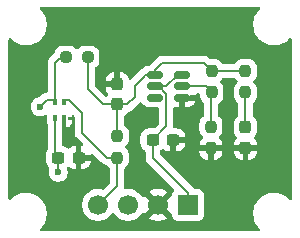
<source format=gbr>
%TF.GenerationSoftware,KiCad,Pcbnew,9.0.6*%
%TF.CreationDate,2026-01-27T12:25:22+08:00*%
%TF.ProjectId,TECHIN514_w26_Lab3,54454348-494e-4353-9134-5f7732365f4c,rev?*%
%TF.SameCoordinates,Original*%
%TF.FileFunction,Copper,L1,Top*%
%TF.FilePolarity,Positive*%
%FSLAX46Y46*%
G04 Gerber Fmt 4.6, Leading zero omitted, Abs format (unit mm)*
G04 Created by KiCad (PCBNEW 9.0.6) date 2026-01-27 12:25:22*
%MOMM*%
%LPD*%
G01*
G04 APERTURE LIST*
G04 Aperture macros list*
%AMRoundRect*
0 Rectangle with rounded corners*
0 $1 Rounding radius*
0 $2 $3 $4 $5 $6 $7 $8 $9 X,Y pos of 4 corners*
0 Add a 4 corners polygon primitive as box body*
4,1,4,$2,$3,$4,$5,$6,$7,$8,$9,$2,$3,0*
0 Add four circle primitives for the rounded corners*
1,1,$1+$1,$2,$3*
1,1,$1+$1,$4,$5*
1,1,$1+$1,$6,$7*
1,1,$1+$1,$8,$9*
0 Add four rect primitives between the rounded corners*
20,1,$1+$1,$2,$3,$4,$5,0*
20,1,$1+$1,$4,$5,$6,$7,0*
20,1,$1+$1,$6,$7,$8,$9,0*
20,1,$1+$1,$8,$9,$2,$3,0*%
G04 Aperture macros list end*
%TA.AperFunction,SMDPad,CuDef*%
%ADD10RoundRect,0.237500X-0.237500X0.250000X-0.237500X-0.250000X0.237500X-0.250000X0.237500X0.250000X0*%
%TD*%
%TA.AperFunction,SMDPad,CuDef*%
%ADD11RoundRect,0.237500X0.237500X-0.287500X0.237500X0.287500X-0.237500X0.287500X-0.237500X-0.287500X0*%
%TD*%
%TA.AperFunction,SMDPad,CuDef*%
%ADD12RoundRect,0.237500X0.237500X-0.250000X0.237500X0.250000X-0.237500X0.250000X-0.237500X-0.250000X0*%
%TD*%
%TA.AperFunction,SMDPad,CuDef*%
%ADD13RoundRect,0.237500X0.300000X0.237500X-0.300000X0.237500X-0.300000X-0.237500X0.300000X-0.237500X0*%
%TD*%
%TA.AperFunction,SMDPad,CuDef*%
%ADD14R,0.300000X0.500000*%
%TD*%
%TA.AperFunction,ComponentPad*%
%ADD15R,1.700000X1.700000*%
%TD*%
%TA.AperFunction,ComponentPad*%
%ADD16C,1.700000*%
%TD*%
%TA.AperFunction,SMDPad,CuDef*%
%ADD17RoundRect,0.237500X-0.300000X-0.237500X0.300000X-0.237500X0.300000X0.237500X-0.300000X0.237500X0*%
%TD*%
%TA.AperFunction,SMDPad,CuDef*%
%ADD18RoundRect,0.237500X0.237500X-0.300000X0.237500X0.300000X-0.237500X0.300000X-0.237500X-0.300000X0*%
%TD*%
%TA.AperFunction,SMDPad,CuDef*%
%ADD19RoundRect,0.150000X-0.512500X-0.150000X0.512500X-0.150000X0.512500X0.150000X-0.512500X0.150000X0*%
%TD*%
%TA.AperFunction,SMDPad,CuDef*%
%ADD20RoundRect,0.237500X-0.250000X-0.237500X0.250000X-0.237500X0.250000X0.237500X-0.250000X0.237500X0*%
%TD*%
%TA.AperFunction,ViaPad*%
%ADD21C,0.600000*%
%TD*%
%TA.AperFunction,Conductor*%
%ADD22C,0.200000*%
%TD*%
G04 APERTURE END LIST*
D10*
%TO.P,R5,1*%
%TO.N,+3V3*%
X116125800Y-39158000D03*
%TO.P,R5,2*%
%TO.N,Net-(D1-A)*%
X116125800Y-40983000D03*
%TD*%
%TO.P,R1,1*%
%TO.N,+3V3*%
X105268400Y-44673400D03*
%TO.P,R1,2*%
%TO.N,SDA*%
X105268400Y-46498400D03*
%TD*%
D11*
%TO.P,D1,1,K*%
%TO.N,GND*%
X116125800Y-45683200D03*
%TO.P,D1,2,A*%
%TO.N,Net-(D1-A)*%
X116125800Y-43933200D03*
%TD*%
D12*
%TO.P,R3,1*%
%TO.N,GND*%
X113204800Y-45707400D03*
%TO.P,R3,2*%
%TO.N,Net-(U2-FB)*%
X113204800Y-43882400D03*
%TD*%
D13*
%TO.P,C1,1*%
%TO.N,GND*%
X101993400Y-46498400D03*
%TO.P,C1,2*%
%TO.N,VCC*%
X100268400Y-46498400D03*
%TD*%
D14*
%TO.P,U1,1,SDA*%
%TO.N,SDA*%
X100768400Y-41773400D03*
%TO.P,U1,2,SCL*%
%TO.N,SCL*%
X99968400Y-41773400D03*
%TO.P,U1,3,VDD*%
%TO.N,VCC*%
X99968400Y-43173400D03*
%TO.P,U1,4,VSS*%
%TO.N,GND*%
X100768400Y-43173400D03*
%TD*%
D15*
%TO.P,J1,1,Pin_1*%
%TO.N,VCC*%
X111268400Y-50498400D03*
D16*
%TO.P,J1,2,Pin_2*%
%TO.N,GND*%
X108728400Y-50498400D03*
%TO.P,J1,3,Pin_3*%
%TO.N,SCL*%
X106188400Y-50498400D03*
%TO.P,J1,4,Pin_4*%
%TO.N,SDA*%
X103648400Y-50498400D03*
%TD*%
D17*
%TO.P,C2,1*%
%TO.N,VCC*%
X108268400Y-44998400D03*
%TO.P,C2,2*%
%TO.N,GND*%
X109993400Y-44998400D03*
%TD*%
D18*
%TO.P,C3,1*%
%TO.N,+3V3*%
X105268400Y-41998400D03*
%TO.P,C3,2*%
%TO.N,GND*%
X105268400Y-40273400D03*
%TD*%
D19*
%TO.P,U2,1,VOUT*%
%TO.N,+3V3*%
X108455000Y-39513600D03*
%TO.P,U2,2,VIN*%
%TO.N,VCC*%
X108455000Y-40463600D03*
%TO.P,U2,3,ERR*%
%TO.N,unconnected-(U2-ERR-Pad3)*%
X108455000Y-41413600D03*
%TO.P,U2,4,GND*%
%TO.N,GND*%
X110730000Y-41413600D03*
%TO.P,U2,5,FB*%
%TO.N,Net-(U2-FB)*%
X110730000Y-40463600D03*
%TO.P,U2,6,SD*%
%TO.N,VCC*%
X110730000Y-39513600D03*
%TD*%
D20*
%TO.P,R2,1*%
%TO.N,SCL*%
X100943400Y-37998400D03*
%TO.P,R2,2*%
%TO.N,+3V3*%
X102768400Y-37998400D03*
%TD*%
D12*
%TO.P,R4,1*%
%TO.N,Net-(U2-FB)*%
X113281000Y-40983000D03*
%TO.P,R4,2*%
%TO.N,+3V3*%
X113281000Y-39158000D03*
%TD*%
D21*
%TO.N,SCL*%
X98726800Y-42180600D03*
%TO.N,VCC*%
X100270200Y-47737800D03*
%TD*%
D22*
%TO.N,SCL*%
X99285000Y-41622400D02*
X98726800Y-42180600D01*
X99968400Y-41673400D02*
X99968400Y-41773400D01*
X99968400Y-38475200D02*
X100403200Y-38040400D01*
X99968400Y-41773400D02*
X99968400Y-38475200D01*
X100403200Y-38040400D02*
X100901400Y-38040400D01*
X99860236Y-41622400D02*
X99285000Y-41622400D01*
X100901400Y-38040400D02*
X100943400Y-37998400D01*
X99968400Y-41773400D02*
X99968400Y-41730564D01*
X99943400Y-41748400D02*
X99968400Y-41773400D01*
X99968400Y-41730564D02*
X99860236Y-41622400D01*
%TO.N,SDA*%
X104390800Y-46498400D02*
X105268400Y-46498400D01*
X101160236Y-41622400D02*
X102282800Y-42744964D01*
X105268400Y-48878400D02*
X105268400Y-46498400D01*
X103648400Y-50498400D02*
X105268400Y-48878400D01*
X100768400Y-41773400D02*
X100768400Y-41730564D01*
X100768400Y-41730564D02*
X100876564Y-41622400D01*
X100876564Y-41622400D02*
X101160236Y-41622400D01*
X102282800Y-42744964D02*
X102282800Y-44390400D01*
X102282800Y-44390400D02*
X104390800Y-46498400D01*
%TO.N,Net-(D1-A)*%
X116125800Y-40983000D02*
X116125800Y-43933200D01*
%TO.N,GND*%
X100768400Y-43173400D02*
X100768400Y-43998400D01*
X101993400Y-45223400D02*
X101993400Y-46498400D01*
X100768400Y-43998400D02*
X101993400Y-45223400D01*
%TO.N,Net-(U2-FB)*%
X110730000Y-40463600D02*
X112761600Y-40463600D01*
X113204800Y-43882400D02*
X113204800Y-41059200D01*
X112761600Y-40463600D02*
X113281000Y-40983000D01*
X113204800Y-41059200D02*
X113281000Y-40983000D01*
%TO.N,VCC*%
X109425532Y-40463600D02*
X108455000Y-40463600D01*
X109418500Y-41072632D02*
X109418500Y-43848300D01*
X100268400Y-47736000D02*
X100270200Y-47737800D01*
X108455000Y-40463600D02*
X108809468Y-40463600D01*
X100268400Y-46498400D02*
X100268400Y-47736000D01*
X108268400Y-46498400D02*
X108268400Y-44998400D01*
X100268400Y-46498400D02*
X99968400Y-46198400D01*
X99968400Y-46198400D02*
X99968400Y-43173400D01*
X110730000Y-39513600D02*
X110375532Y-39513600D01*
X111268400Y-50498400D02*
X111268400Y-49498400D01*
X108809468Y-40463600D02*
X109418500Y-41072632D01*
X109418500Y-43848300D02*
X108268400Y-44998400D01*
X111268400Y-49498400D02*
X108268400Y-46498400D01*
X110375532Y-39513600D02*
X109425532Y-40463600D01*
%TO.N,+3V3*%
X106136600Y-41998400D02*
X106747200Y-41387800D01*
X106747200Y-41387800D02*
X106747200Y-40422600D01*
X105268400Y-41998400D02*
X104055800Y-41998400D01*
X109090000Y-38472200D02*
X112595200Y-38472200D01*
X108455000Y-39107200D02*
X109090000Y-38472200D01*
X107524132Y-39645668D02*
X107524132Y-39635200D01*
X104055800Y-41998400D02*
X102768400Y-40711000D01*
X105268400Y-44673400D02*
X105268400Y-41998400D01*
X107524132Y-39635200D02*
X107645732Y-39513600D01*
X108455000Y-39513600D02*
X108455000Y-39107200D01*
X105268400Y-41998400D02*
X106136600Y-41998400D01*
X106747200Y-40422600D02*
X107524132Y-39645668D01*
X116125800Y-39158000D02*
X113281000Y-39158000D01*
X112595200Y-38472200D02*
X113281000Y-39158000D01*
X107645732Y-39513600D02*
X108455000Y-39513600D01*
X102768400Y-40711000D02*
X102768400Y-37998400D01*
%TD*%
%TA.AperFunction,Conductor*%
%TO.N,GND*%
G36*
X107291648Y-41795101D02*
G01*
X107347581Y-41836973D01*
X107355046Y-41848162D01*
X107424416Y-41965461D01*
X107424423Y-41965470D01*
X107540629Y-42081676D01*
X107540633Y-42081679D01*
X107540635Y-42081681D01*
X107682102Y-42165344D01*
X107723724Y-42177436D01*
X107839926Y-42211197D01*
X107839929Y-42211197D01*
X107839931Y-42211198D01*
X107876806Y-42214100D01*
X108694000Y-42214100D01*
X108761039Y-42233785D01*
X108806794Y-42286589D01*
X108818000Y-42338100D01*
X108818000Y-43548202D01*
X108798315Y-43615241D01*
X108781681Y-43635883D01*
X108430982Y-43986581D01*
X108369659Y-44020066D01*
X108343301Y-44022900D01*
X107919230Y-44022900D01*
X107919212Y-44022901D01*
X107818147Y-44033225D01*
X107654384Y-44087492D01*
X107654381Y-44087493D01*
X107507548Y-44178061D01*
X107385561Y-44300048D01*
X107294993Y-44446881D01*
X107294991Y-44446886D01*
X107287513Y-44469454D01*
X107240726Y-44610647D01*
X107240726Y-44610648D01*
X107240725Y-44610648D01*
X107230400Y-44711715D01*
X107230400Y-45285069D01*
X107230401Y-45285087D01*
X107240725Y-45386152D01*
X107277009Y-45495649D01*
X107294992Y-45549916D01*
X107385560Y-45696750D01*
X107507550Y-45818740D01*
X107608996Y-45881312D01*
X107655721Y-45933260D01*
X107667900Y-45986851D01*
X107667900Y-46411730D01*
X107667899Y-46411748D01*
X107667899Y-46577454D01*
X107667898Y-46577454D01*
X107667899Y-46577457D01*
X107708823Y-46730185D01*
X107708824Y-46730186D01*
X107724868Y-46757977D01*
X107724869Y-46757978D01*
X107787875Y-46867109D01*
X107787881Y-46867117D01*
X107906749Y-46985985D01*
X107906755Y-46985990D01*
X110049421Y-49128657D01*
X110082906Y-49189980D01*
X110077922Y-49259672D01*
X110061007Y-49290649D01*
X109974604Y-49406068D01*
X109974602Y-49406071D01*
X109924308Y-49540917D01*
X109917901Y-49600516D01*
X109917901Y-49600523D01*
X109917900Y-49600535D01*
X109917900Y-49611090D01*
X109898215Y-49678129D01*
X109881581Y-49698771D01*
X109211362Y-50368990D01*
X109194325Y-50305407D01*
X109128499Y-50191393D01*
X109035407Y-50098301D01*
X108921393Y-50032475D01*
X108857809Y-50015437D01*
X109490116Y-49383128D01*
X109435950Y-49343775D01*
X109246617Y-49247304D01*
X109044529Y-49181642D01*
X108834646Y-49148400D01*
X108622154Y-49148400D01*
X108412272Y-49181642D01*
X108412269Y-49181642D01*
X108210182Y-49247304D01*
X108020839Y-49343780D01*
X107966682Y-49383127D01*
X107966682Y-49383128D01*
X108598991Y-50015437D01*
X108535407Y-50032475D01*
X108421393Y-50098301D01*
X108328301Y-50191393D01*
X108262475Y-50305407D01*
X108245437Y-50368991D01*
X107613128Y-49736682D01*
X107613127Y-49736682D01*
X107573780Y-49790840D01*
X107573776Y-49790846D01*
X107569160Y-49799905D01*
X107521181Y-49850697D01*
X107453359Y-49867487D01*
X107387226Y-49844943D01*
X107348194Y-49799893D01*
X107343451Y-49790584D01*
X107343449Y-49790581D01*
X107343448Y-49790579D01*
X107218509Y-49618613D01*
X107068186Y-49468290D01*
X106896220Y-49343351D01*
X106706814Y-49246844D01*
X106706813Y-49246843D01*
X106706812Y-49246843D01*
X106504643Y-49181154D01*
X106504641Y-49181153D01*
X106504640Y-49181153D01*
X106343357Y-49155608D01*
X106294687Y-49147900D01*
X106082113Y-49147900D01*
X105994750Y-49161736D01*
X105925458Y-49152781D01*
X105872006Y-49107784D01*
X105851367Y-49041033D01*
X105851664Y-49030495D01*
X105852503Y-49018652D01*
X105868901Y-48957457D01*
X105868901Y-48799343D01*
X105868900Y-48799339D01*
X105868900Y-47460800D01*
X105888585Y-47393761D01*
X105927801Y-47355263D01*
X105966750Y-47331240D01*
X106088740Y-47209250D01*
X106179308Y-47062416D01*
X106233574Y-46898653D01*
X106243900Y-46797577D01*
X106243899Y-46199224D01*
X106243302Y-46193383D01*
X106233574Y-46098147D01*
X106207630Y-46019854D01*
X106179308Y-45934384D01*
X106088740Y-45787550D01*
X105974771Y-45673581D01*
X105941286Y-45612258D01*
X105946270Y-45542566D01*
X105974771Y-45498219D01*
X106030256Y-45442734D01*
X106088740Y-45384250D01*
X106179308Y-45237416D01*
X106233574Y-45073653D01*
X106243900Y-44972577D01*
X106243899Y-44374224D01*
X106233574Y-44273147D01*
X106179308Y-44109384D01*
X106088740Y-43962550D01*
X105966750Y-43840560D01*
X105966749Y-43840559D01*
X105927802Y-43816536D01*
X105881078Y-43764587D01*
X105868900Y-43710998D01*
X105868900Y-43010800D01*
X105888585Y-42943761D01*
X105927801Y-42905263D01*
X105966750Y-42881240D01*
X106088740Y-42759250D01*
X106156238Y-42649818D01*
X106174082Y-42633767D01*
X106188707Y-42614731D01*
X106202666Y-42608057D01*
X106208182Y-42603096D01*
X106219892Y-42598204D01*
X106224708Y-42596475D01*
X106368385Y-42557977D01*
X106418504Y-42529039D01*
X106505316Y-42478920D01*
X106617120Y-42367116D01*
X106617121Y-42367114D01*
X107160634Y-41823600D01*
X107221956Y-41790117D01*
X107291648Y-41795101D01*
G37*
%TD.AperFunction*%
%TA.AperFunction,Conductor*%
G36*
X117339996Y-33743385D02*
G01*
X117385751Y-33796189D01*
X117395695Y-33865347D01*
X117366670Y-33928903D01*
X117360638Y-33935381D01*
X117229481Y-34066538D01*
X117089792Y-34248582D01*
X116975057Y-34447309D01*
X116975050Y-34447323D01*
X116887242Y-34659312D01*
X116827853Y-34880959D01*
X116827851Y-34880970D01*
X116797900Y-35108458D01*
X116797900Y-35337941D01*
X116822846Y-35527415D01*
X116827852Y-35565438D01*
X116827853Y-35565440D01*
X116887242Y-35787087D01*
X116975050Y-35999076D01*
X116975057Y-35999090D01*
X117089792Y-36197817D01*
X117229481Y-36379861D01*
X117229489Y-36379870D01*
X117391730Y-36542111D01*
X117391738Y-36542118D01*
X117573782Y-36681807D01*
X117573785Y-36681808D01*
X117573788Y-36681811D01*
X117772512Y-36796544D01*
X117772517Y-36796546D01*
X117772523Y-36796549D01*
X117863880Y-36834390D01*
X117984513Y-36884358D01*
X118206162Y-36943748D01*
X118433666Y-36973700D01*
X118433673Y-36973700D01*
X118663127Y-36973700D01*
X118663134Y-36973700D01*
X118890638Y-36943748D01*
X119112287Y-36884358D01*
X119324288Y-36796544D01*
X119523012Y-36681811D01*
X119705061Y-36542119D01*
X119705065Y-36542114D01*
X119705070Y-36542111D01*
X119836219Y-36410962D01*
X119897542Y-36377477D01*
X119967234Y-36382461D01*
X120023167Y-36424333D01*
X120047584Y-36489797D01*
X120047900Y-36498643D01*
X120047900Y-49947757D01*
X120028215Y-50014796D01*
X119975411Y-50060551D01*
X119906253Y-50070495D01*
X119842697Y-50041470D01*
X119836219Y-50035438D01*
X119705070Y-49904289D01*
X119705061Y-49904281D01*
X119523017Y-49764592D01*
X119474675Y-49736682D01*
X119409012Y-49698771D01*
X119324290Y-49649857D01*
X119324276Y-49649850D01*
X119112287Y-49562042D01*
X118890638Y-49502652D01*
X118852615Y-49497646D01*
X118663141Y-49472700D01*
X118663134Y-49472700D01*
X118433666Y-49472700D01*
X118433658Y-49472700D01*
X118217115Y-49501209D01*
X118206162Y-49502652D01*
X118112476Y-49527754D01*
X117984512Y-49562042D01*
X117772523Y-49649850D01*
X117772509Y-49649857D01*
X117573782Y-49764592D01*
X117391738Y-49904281D01*
X117229481Y-50066538D01*
X117089792Y-50248582D01*
X116975057Y-50447309D01*
X116975050Y-50447323D01*
X116887242Y-50659312D01*
X116827853Y-50880959D01*
X116827851Y-50880970D01*
X116797900Y-51108458D01*
X116797900Y-51337941D01*
X116816436Y-51478730D01*
X116827852Y-51565438D01*
X116851434Y-51653448D01*
X116887242Y-51787087D01*
X116975050Y-51999076D01*
X116975057Y-51999090D01*
X117089792Y-52197817D01*
X117229481Y-52379861D01*
X117229489Y-52379870D01*
X117360638Y-52511019D01*
X117394123Y-52572342D01*
X117389139Y-52642034D01*
X117347267Y-52697967D01*
X117281803Y-52722384D01*
X117272957Y-52722700D01*
X98823843Y-52722700D01*
X98756804Y-52703015D01*
X98711049Y-52650211D01*
X98701105Y-52581053D01*
X98730130Y-52517497D01*
X98736162Y-52511019D01*
X98867311Y-52379870D01*
X98867314Y-52379865D01*
X98867319Y-52379861D01*
X99007011Y-52197812D01*
X99121744Y-51999088D01*
X99209558Y-51787087D01*
X99268948Y-51565438D01*
X99298900Y-51337934D01*
X99298900Y-51108466D01*
X99268948Y-50880962D01*
X99209558Y-50659313D01*
X99159590Y-50538680D01*
X99121749Y-50447323D01*
X99121746Y-50447317D01*
X99121744Y-50447312D01*
X99007011Y-50248588D01*
X99007008Y-50248585D01*
X99007007Y-50248582D01*
X98891691Y-50098301D01*
X98867319Y-50066539D01*
X98867318Y-50066538D01*
X98867311Y-50066530D01*
X98705070Y-49904289D01*
X98705061Y-49904281D01*
X98523017Y-49764592D01*
X98474675Y-49736682D01*
X98409012Y-49698771D01*
X98324290Y-49649857D01*
X98324276Y-49649850D01*
X98112287Y-49562042D01*
X97890638Y-49502652D01*
X97852615Y-49497646D01*
X97663141Y-49472700D01*
X97663134Y-49472700D01*
X97433666Y-49472700D01*
X97433658Y-49472700D01*
X97217115Y-49501209D01*
X97206162Y-49502652D01*
X97112476Y-49527754D01*
X96984512Y-49562042D01*
X96772523Y-49649850D01*
X96772509Y-49649857D01*
X96573782Y-49764592D01*
X96391738Y-49904281D01*
X96260581Y-50035438D01*
X96199258Y-50068923D01*
X96129566Y-50063939D01*
X96073633Y-50022067D01*
X96049216Y-49956603D01*
X96048900Y-49947757D01*
X96048900Y-42101753D01*
X97926300Y-42101753D01*
X97926300Y-42259446D01*
X97957061Y-42414089D01*
X97957064Y-42414101D01*
X98017402Y-42559772D01*
X98017409Y-42559785D01*
X98105010Y-42690888D01*
X98105013Y-42690892D01*
X98216507Y-42802386D01*
X98216511Y-42802389D01*
X98347614Y-42889990D01*
X98347627Y-42889997D01*
X98471920Y-42941480D01*
X98493303Y-42950337D01*
X98610188Y-42973587D01*
X98647953Y-42981099D01*
X98647956Y-42981100D01*
X98647958Y-42981100D01*
X98805644Y-42981100D01*
X98805645Y-42981099D01*
X98960297Y-42950337D01*
X99105979Y-42889994D01*
X99119083Y-42881238D01*
X99125009Y-42877279D01*
X99191686Y-42856401D01*
X99259066Y-42874885D01*
X99305757Y-42926864D01*
X99317900Y-42980381D01*
X99317900Y-43471270D01*
X99317901Y-43471276D01*
X99324308Y-43530883D01*
X99360082Y-43626795D01*
X99367900Y-43670128D01*
X99367900Y-45793514D01*
X99349439Y-45858610D01*
X99294995Y-45946877D01*
X99294991Y-45946886D01*
X99275219Y-46006554D01*
X99240726Y-46110647D01*
X99240726Y-46110648D01*
X99240725Y-46110648D01*
X99230400Y-46211715D01*
X99230400Y-46785069D01*
X99230401Y-46785087D01*
X99240725Y-46886152D01*
X99244867Y-46898651D01*
X99294920Y-47049700D01*
X99294992Y-47049915D01*
X99294993Y-47049918D01*
X99385561Y-47196751D01*
X99498301Y-47309491D01*
X99531786Y-47370814D01*
X99526802Y-47440506D01*
X99525182Y-47444622D01*
X99500464Y-47504298D01*
X99500461Y-47504310D01*
X99469700Y-47658953D01*
X99469700Y-47816646D01*
X99500461Y-47971289D01*
X99500464Y-47971301D01*
X99560802Y-48116972D01*
X99560809Y-48116985D01*
X99648410Y-48248088D01*
X99648413Y-48248092D01*
X99759907Y-48359586D01*
X99759911Y-48359589D01*
X99891014Y-48447190D01*
X99891027Y-48447197D01*
X100036698Y-48507535D01*
X100036703Y-48507537D01*
X100191353Y-48538299D01*
X100191356Y-48538300D01*
X100191358Y-48538300D01*
X100349044Y-48538300D01*
X100349045Y-48538299D01*
X100503697Y-48507537D01*
X100649379Y-48447194D01*
X100780489Y-48359589D01*
X100891989Y-48248089D01*
X100979594Y-48116979D01*
X101039937Y-47971297D01*
X101070700Y-47816642D01*
X101070700Y-47658958D01*
X101070700Y-47658955D01*
X101070699Y-47658953D01*
X101039938Y-47504310D01*
X101039937Y-47504303D01*
X101014162Y-47442078D01*
X101012025Y-47422202D01*
X101005040Y-47403473D01*
X101008367Y-47388176D01*
X101006694Y-47372611D01*
X101015642Y-47354733D01*
X101019892Y-47335200D01*
X101036577Y-47312911D01*
X101037969Y-47310131D01*
X101041015Y-47306974D01*
X101043574Y-47304415D01*
X101104895Y-47270932D01*
X101174587Y-47275916D01*
X101218934Y-47304417D01*
X101232861Y-47318344D01*
X101232865Y-47318347D01*
X101379588Y-47408848D01*
X101379599Y-47408853D01*
X101543247Y-47463080D01*
X101644251Y-47473399D01*
X102243400Y-47473399D01*
X102342540Y-47473399D01*
X102342554Y-47473398D01*
X102443552Y-47463080D01*
X102607200Y-47408853D01*
X102607211Y-47408848D01*
X102753934Y-47318347D01*
X102753938Y-47318344D01*
X102875844Y-47196438D01*
X102875847Y-47196434D01*
X102966348Y-47049711D01*
X102966353Y-47049700D01*
X103020580Y-46886052D01*
X103030899Y-46785054D01*
X103030900Y-46785041D01*
X103030900Y-46748400D01*
X102243400Y-46748400D01*
X102243400Y-47473399D01*
X101644251Y-47473399D01*
X101743400Y-47473398D01*
X101743400Y-45523399D01*
X101644260Y-45523400D01*
X101644244Y-45523401D01*
X101543247Y-45533719D01*
X101379599Y-45587946D01*
X101379588Y-45587951D01*
X101232865Y-45678452D01*
X101218932Y-45692385D01*
X101157608Y-45725868D01*
X101087916Y-45720882D01*
X101043572Y-45692382D01*
X101029251Y-45678061D01*
X101029250Y-45678060D01*
X100922568Y-45612258D01*
X100882418Y-45587493D01*
X100882413Y-45587491D01*
X100877612Y-45585900D01*
X100718653Y-45533226D01*
X100718651Y-45533225D01*
X100680296Y-45529307D01*
X100615605Y-45502910D01*
X100575454Y-45445729D01*
X100568900Y-45405949D01*
X100568900Y-44024262D01*
X100588585Y-43957223D01*
X100605219Y-43936581D01*
X100618400Y-43923400D01*
X100618400Y-43482232D01*
X100618417Y-43475761D01*
X100618900Y-43471273D01*
X100618899Y-43297063D01*
X100628775Y-43263764D01*
X100638583Y-43230361D01*
X100638715Y-43230245D01*
X100638765Y-43230080D01*
X100665016Y-43207455D01*
X100691387Y-43184606D01*
X100691579Y-43184564D01*
X100691692Y-43184467D01*
X100692641Y-43184333D01*
X100742899Y-43173400D01*
X100794400Y-43173400D01*
X100861439Y-43193085D01*
X100907194Y-43245889D01*
X100918400Y-43297400D01*
X100918400Y-43923400D01*
X100966228Y-43923400D01*
X100966244Y-43923399D01*
X101025772Y-43916998D01*
X101025779Y-43916996D01*
X101160486Y-43866754D01*
X101160493Y-43866750D01*
X101275587Y-43780590D01*
X101275590Y-43780587D01*
X101361750Y-43665493D01*
X101361754Y-43665486D01*
X101411996Y-43530779D01*
X101411998Y-43530772D01*
X101418399Y-43471244D01*
X101418400Y-43471227D01*
X101418400Y-43323400D01*
X101242400Y-43323400D01*
X101233714Y-43320849D01*
X101224753Y-43322138D01*
X101200712Y-43311159D01*
X101175361Y-43303715D01*
X101169433Y-43296874D01*
X101161197Y-43293113D01*
X101146907Y-43270878D01*
X101129606Y-43250911D01*
X101127318Y-43240396D01*
X101123423Y-43234335D01*
X101118400Y-43199400D01*
X101118400Y-43147400D01*
X101138085Y-43080361D01*
X101190889Y-43034606D01*
X101242400Y-43023400D01*
X101418400Y-43023400D01*
X101420794Y-43021005D01*
X101424638Y-43007915D01*
X101426218Y-42985827D01*
X101434290Y-42975043D01*
X101438085Y-42962122D01*
X101454818Y-42947622D01*
X101468090Y-42929894D01*
X101480710Y-42925186D01*
X101490889Y-42916367D01*
X101512806Y-42913215D01*
X101533554Y-42905477D01*
X101546714Y-42908339D01*
X101560047Y-42906423D01*
X101580190Y-42915622D01*
X101601827Y-42920329D01*
X101619552Y-42933597D01*
X101623603Y-42935448D01*
X101630081Y-42941480D01*
X101645981Y-42957380D01*
X101679466Y-43018703D01*
X101682300Y-43045061D01*
X101682300Y-44303730D01*
X101682299Y-44303748D01*
X101682299Y-44469454D01*
X101682298Y-44469454D01*
X101720132Y-44610648D01*
X101723223Y-44622185D01*
X101727549Y-44629678D01*
X101727551Y-44629685D01*
X101727553Y-44629685D01*
X101802275Y-44759109D01*
X101802281Y-44759117D01*
X101921149Y-44877985D01*
X101921155Y-44877990D01*
X102354884Y-45311719D01*
X102388369Y-45373042D01*
X102383385Y-45442734D01*
X102341513Y-45498667D01*
X102276049Y-45523084D01*
X102267203Y-45523400D01*
X102243400Y-45523400D01*
X102243400Y-46248400D01*
X103030899Y-46248400D01*
X103046984Y-46232314D01*
X103050584Y-46220057D01*
X103103388Y-46174302D01*
X103172546Y-46164358D01*
X103236102Y-46193383D01*
X103242580Y-46199415D01*
X103905939Y-46862774D01*
X103905949Y-46862785D01*
X103910279Y-46867115D01*
X103910280Y-46867116D01*
X104022084Y-46978920D01*
X104107797Y-47028406D01*
X104107798Y-47028407D01*
X104159009Y-47057974D01*
X104159010Y-47057974D01*
X104159015Y-47057977D01*
X104311742Y-47098900D01*
X104311743Y-47098900D01*
X104311750Y-47098900D01*
X104319802Y-47099961D01*
X104319601Y-47101487D01*
X104377828Y-47118585D01*
X104416328Y-47157804D01*
X104440350Y-47196751D01*
X104448060Y-47209250D01*
X104570050Y-47331240D01*
X104608997Y-47355262D01*
X104655720Y-47407207D01*
X104667900Y-47460800D01*
X104667900Y-48578302D01*
X104648215Y-48645341D01*
X104631581Y-48665983D01*
X104132922Y-49164641D01*
X104071599Y-49198126D01*
X104006923Y-49194891D01*
X103964645Y-49181154D01*
X103824672Y-49158984D01*
X103754687Y-49147900D01*
X103542113Y-49147900D01*
X103493442Y-49155608D01*
X103332160Y-49181153D01*
X103129985Y-49246844D01*
X102940579Y-49343351D01*
X102768613Y-49468290D01*
X102618290Y-49618613D01*
X102493351Y-49790579D01*
X102396844Y-49979985D01*
X102331153Y-50182160D01*
X102329691Y-50191393D01*
X102297900Y-50392113D01*
X102297900Y-50604687D01*
X102331154Y-50814643D01*
X102352702Y-50880962D01*
X102396844Y-51016814D01*
X102493351Y-51206220D01*
X102618290Y-51378186D01*
X102768613Y-51528509D01*
X102940579Y-51653448D01*
X102940581Y-51653449D01*
X102940584Y-51653451D01*
X103129988Y-51749957D01*
X103332157Y-51815646D01*
X103542113Y-51848900D01*
X103542114Y-51848900D01*
X103754686Y-51848900D01*
X103754687Y-51848900D01*
X103964643Y-51815646D01*
X104166812Y-51749957D01*
X104356216Y-51653451D01*
X104442538Y-51590735D01*
X104528186Y-51528509D01*
X104528188Y-51528506D01*
X104528192Y-51528504D01*
X104678504Y-51378192D01*
X104678506Y-51378188D01*
X104678509Y-51378186D01*
X104803448Y-51206220D01*
X104803447Y-51206220D01*
X104803451Y-51206216D01*
X104807914Y-51197454D01*
X104855888Y-51146659D01*
X104923708Y-51129863D01*
X104989844Y-51152399D01*
X105028886Y-51197456D01*
X105033351Y-51206220D01*
X105158290Y-51378186D01*
X105308613Y-51528509D01*
X105480579Y-51653448D01*
X105480581Y-51653449D01*
X105480584Y-51653451D01*
X105669988Y-51749957D01*
X105872157Y-51815646D01*
X106082113Y-51848900D01*
X106082114Y-51848900D01*
X106294686Y-51848900D01*
X106294687Y-51848900D01*
X106504643Y-51815646D01*
X106706812Y-51749957D01*
X106896216Y-51653451D01*
X106982538Y-51590735D01*
X107068186Y-51528509D01*
X107068188Y-51528506D01*
X107068192Y-51528504D01*
X107218504Y-51378192D01*
X107218506Y-51378188D01*
X107218509Y-51378186D01*
X107285915Y-51285407D01*
X107343451Y-51206216D01*
X107348193Y-51196908D01*
X107396163Y-51146111D01*
X107463983Y-51129311D01*
X107530119Y-51151845D01*
X107569163Y-51196900D01*
X107573773Y-51205947D01*
X107613128Y-51260116D01*
X108245437Y-50627808D01*
X108262475Y-50691393D01*
X108328301Y-50805407D01*
X108421393Y-50898499D01*
X108535407Y-50964325D01*
X108598990Y-50981362D01*
X107966682Y-51613669D01*
X107966682Y-51613670D01*
X108020849Y-51653024D01*
X108210182Y-51749495D01*
X108412270Y-51815157D01*
X108622154Y-51848400D01*
X108834646Y-51848400D01*
X109044527Y-51815157D01*
X109044530Y-51815157D01*
X109246617Y-51749495D01*
X109435954Y-51653022D01*
X109490116Y-51613670D01*
X109490117Y-51613670D01*
X108857808Y-50981362D01*
X108921393Y-50964325D01*
X109035407Y-50898499D01*
X109128499Y-50805407D01*
X109194325Y-50691393D01*
X109211362Y-50627808D01*
X109881581Y-51298028D01*
X109915066Y-51359351D01*
X109917900Y-51385700D01*
X109917900Y-51396265D01*
X109917901Y-51396276D01*
X109924308Y-51455883D01*
X109974602Y-51590728D01*
X109974606Y-51590735D01*
X110060852Y-51705944D01*
X110060855Y-51705947D01*
X110176064Y-51792193D01*
X110176071Y-51792197D01*
X110310917Y-51842491D01*
X110310916Y-51842491D01*
X110317844Y-51843235D01*
X110370527Y-51848900D01*
X112166272Y-51848899D01*
X112225883Y-51842491D01*
X112360731Y-51792196D01*
X112475946Y-51705946D01*
X112562196Y-51590731D01*
X112612491Y-51455883D01*
X112618900Y-51396273D01*
X112618899Y-49600528D01*
X112612491Y-49540917D01*
X112598219Y-49502653D01*
X112562197Y-49406071D01*
X112562193Y-49406064D01*
X112475947Y-49290855D01*
X112475944Y-49290852D01*
X112360735Y-49204606D01*
X112360728Y-49204602D01*
X112225882Y-49154308D01*
X112225883Y-49154308D01*
X112166283Y-49147901D01*
X112166281Y-49147900D01*
X112166273Y-49147900D01*
X112166265Y-49147900D01*
X111818498Y-49147900D01*
X111751459Y-49128215D01*
X111730817Y-49111581D01*
X108905219Y-46285983D01*
X108890515Y-46259055D01*
X108873923Y-46233237D01*
X108873031Y-46227036D01*
X108871734Y-46224660D01*
X108868900Y-46198302D01*
X108868900Y-46006554D01*
X112229801Y-46006554D01*
X112240119Y-46107552D01*
X112294346Y-46271200D01*
X112294351Y-46271211D01*
X112384852Y-46417934D01*
X112384855Y-46417938D01*
X112506761Y-46539844D01*
X112506765Y-46539847D01*
X112653488Y-46630348D01*
X112653499Y-46630353D01*
X112817147Y-46684580D01*
X112918152Y-46694899D01*
X112954800Y-46694899D01*
X113454800Y-46694899D01*
X113491440Y-46694899D01*
X113491454Y-46694898D01*
X113592452Y-46684580D01*
X113756100Y-46630353D01*
X113756111Y-46630348D01*
X113902834Y-46539847D01*
X113902838Y-46539844D01*
X114024744Y-46417938D01*
X114024747Y-46417934D01*
X114115248Y-46271211D01*
X114115253Y-46271200D01*
X114169480Y-46107552D01*
X114178440Y-46019854D01*
X115150801Y-46019854D01*
X115161119Y-46120852D01*
X115215346Y-46284500D01*
X115215351Y-46284511D01*
X115305852Y-46431234D01*
X115305855Y-46431238D01*
X115427761Y-46553144D01*
X115427765Y-46553147D01*
X115574488Y-46643648D01*
X115574499Y-46643653D01*
X115738147Y-46697880D01*
X115839152Y-46708199D01*
X115875800Y-46708199D01*
X116375800Y-46708199D01*
X116412440Y-46708199D01*
X116412454Y-46708198D01*
X116513452Y-46697880D01*
X116677100Y-46643653D01*
X116677111Y-46643648D01*
X116823834Y-46553147D01*
X116823838Y-46553144D01*
X116945744Y-46431238D01*
X116945747Y-46431234D01*
X117036248Y-46284511D01*
X117036253Y-46284500D01*
X117090480Y-46120852D01*
X117100799Y-46019854D01*
X117100800Y-46019841D01*
X117100800Y-45933200D01*
X116375800Y-45933200D01*
X116375800Y-46708199D01*
X115875800Y-46708199D01*
X115875800Y-45933200D01*
X115150801Y-45933200D01*
X115150801Y-46019854D01*
X114178440Y-46019854D01*
X114179799Y-46006554D01*
X114179800Y-46006541D01*
X114179800Y-45957400D01*
X113454800Y-45957400D01*
X113454800Y-46694899D01*
X112954800Y-46694899D01*
X112954800Y-45957400D01*
X112229801Y-45957400D01*
X112229801Y-46006554D01*
X108868900Y-46006554D01*
X108868900Y-45986851D01*
X108888585Y-45919812D01*
X108927802Y-45881313D01*
X109029250Y-45818740D01*
X109043571Y-45804418D01*
X109104889Y-45770933D01*
X109174581Y-45775914D01*
X109218934Y-45804417D01*
X109232861Y-45818344D01*
X109232865Y-45818347D01*
X109379588Y-45908848D01*
X109379599Y-45908853D01*
X109543247Y-45963080D01*
X109644251Y-45973399D01*
X110243400Y-45973399D01*
X110342540Y-45973399D01*
X110342554Y-45973398D01*
X110443552Y-45963080D01*
X110607200Y-45908853D01*
X110607211Y-45908848D01*
X110753934Y-45818347D01*
X110753938Y-45818344D01*
X110875844Y-45696438D01*
X110875847Y-45696434D01*
X110966348Y-45549711D01*
X110966353Y-45549700D01*
X111020580Y-45386052D01*
X111030899Y-45285054D01*
X111030900Y-45285041D01*
X111030900Y-45248400D01*
X110243400Y-45248400D01*
X110243400Y-45973399D01*
X109644251Y-45973399D01*
X109743400Y-45973398D01*
X109743400Y-45122400D01*
X109763085Y-45055361D01*
X109815889Y-45009606D01*
X109867400Y-44998400D01*
X109993400Y-44998400D01*
X109993400Y-44872400D01*
X110013085Y-44805361D01*
X110065889Y-44759606D01*
X110117400Y-44748400D01*
X111030899Y-44748400D01*
X111030899Y-44711760D01*
X111030898Y-44711745D01*
X111020580Y-44610747D01*
X110966353Y-44447099D01*
X110966348Y-44447088D01*
X110875847Y-44300365D01*
X110875844Y-44300361D01*
X110753938Y-44178455D01*
X110753934Y-44178452D01*
X110607211Y-44087951D01*
X110607200Y-44087946D01*
X110443552Y-44033719D01*
X110342554Y-44023400D01*
X110143001Y-44023400D01*
X110134315Y-44020849D01*
X110125355Y-44022138D01*
X110101313Y-44011159D01*
X110075962Y-44003715D01*
X110070035Y-43996875D01*
X110061799Y-43993114D01*
X110047508Y-43970878D01*
X110030207Y-43950911D01*
X110027919Y-43940398D01*
X110024024Y-43934336D01*
X110019001Y-43899400D01*
X110019001Y-43835453D01*
X110019001Y-43816536D01*
X110019001Y-43769243D01*
X110019000Y-43769239D01*
X110019000Y-42337286D01*
X110038685Y-42270247D01*
X110091489Y-42224492D01*
X110149390Y-42214266D01*
X110149420Y-42213504D01*
X110151866Y-42213600D01*
X110480000Y-42213600D01*
X110980000Y-42213600D01*
X111308134Y-42213600D01*
X111308149Y-42213599D01*
X111344989Y-42210700D01*
X111344995Y-42210699D01*
X111502693Y-42164883D01*
X111502696Y-42164882D01*
X111644052Y-42081285D01*
X111644061Y-42081278D01*
X111760178Y-41965161D01*
X111760185Y-41965152D01*
X111843781Y-41823798D01*
X111889600Y-41666086D01*
X111889795Y-41663601D01*
X111889795Y-41663600D01*
X110980000Y-41663600D01*
X110980000Y-42213600D01*
X110480000Y-42213600D01*
X110480000Y-41537600D01*
X110499685Y-41470561D01*
X110552489Y-41424806D01*
X110604000Y-41413600D01*
X110730000Y-41413600D01*
X110730000Y-41388100D01*
X110749685Y-41321061D01*
X110802489Y-41275306D01*
X110854000Y-41264100D01*
X111308186Y-41264100D01*
X111308194Y-41264100D01*
X111345069Y-41261198D01*
X111345071Y-41261197D01*
X111345073Y-41261197D01*
X111426465Y-41237550D01*
X111502898Y-41215344D01*
X111561194Y-41180868D01*
X111624315Y-41163600D01*
X111889795Y-41163600D01*
X111902587Y-41149761D01*
X111906855Y-41129448D01*
X111916617Y-41119546D01*
X111922394Y-41106897D01*
X111940664Y-41095155D01*
X111955909Y-41079693D01*
X111970677Y-41075867D01*
X111981172Y-41069123D01*
X112016107Y-41064100D01*
X112181501Y-41064100D01*
X112248540Y-41083785D01*
X112294295Y-41136589D01*
X112305501Y-41188100D01*
X112305501Y-41282186D01*
X112315825Y-41383252D01*
X112370092Y-41547015D01*
X112370093Y-41547018D01*
X112377367Y-41558811D01*
X112442002Y-41663601D01*
X112460661Y-41693851D01*
X112567981Y-41801171D01*
X112601466Y-41862494D01*
X112604300Y-41888852D01*
X112604300Y-42919998D01*
X112584615Y-42987037D01*
X112545398Y-43025536D01*
X112506450Y-43049559D01*
X112384461Y-43171548D01*
X112293893Y-43318381D01*
X112293892Y-43318384D01*
X112239626Y-43482147D01*
X112239626Y-43482148D01*
X112239625Y-43482148D01*
X112229300Y-43583215D01*
X112229300Y-44181569D01*
X112229301Y-44181587D01*
X112239625Y-44282652D01*
X112293892Y-44446415D01*
X112293893Y-44446418D01*
X112384461Y-44593251D01*
X112498782Y-44707572D01*
X112532267Y-44768895D01*
X112527283Y-44838587D01*
X112498783Y-44882934D01*
X112384852Y-44996865D01*
X112294351Y-45143588D01*
X112294346Y-45143599D01*
X112240119Y-45307247D01*
X112229800Y-45408245D01*
X112229800Y-45457400D01*
X114179799Y-45457400D01*
X114179799Y-45408260D01*
X114179798Y-45408245D01*
X114169480Y-45307247D01*
X114115253Y-45143599D01*
X114115248Y-45143588D01*
X114024747Y-44996865D01*
X114024744Y-44996861D01*
X113910817Y-44882934D01*
X113877332Y-44821611D01*
X113882316Y-44751919D01*
X113910813Y-44707576D01*
X114025140Y-44593250D01*
X114115708Y-44446416D01*
X114169974Y-44282653D01*
X114180300Y-44181577D01*
X114180299Y-43583224D01*
X114169974Y-43482147D01*
X114115708Y-43318384D01*
X114025140Y-43171550D01*
X113903150Y-43049560D01*
X113903149Y-43049559D01*
X113864202Y-43025536D01*
X113817478Y-42973587D01*
X113805300Y-42919998D01*
X113805300Y-41992401D01*
X113824985Y-41925362D01*
X113864202Y-41886863D01*
X113979350Y-41815840D01*
X114101340Y-41693850D01*
X114191908Y-41547016D01*
X114246174Y-41383253D01*
X114256500Y-41282177D01*
X114256499Y-40683824D01*
X114246174Y-40582747D01*
X114191908Y-40418984D01*
X114101340Y-40272150D01*
X113987371Y-40158181D01*
X113985121Y-40154061D01*
X113981178Y-40151516D01*
X113968533Y-40123683D01*
X113953886Y-40096858D01*
X113954220Y-40092177D01*
X113952279Y-40087903D01*
X113956689Y-40057652D01*
X113958870Y-40027166D01*
X113961870Y-40022120D01*
X113962360Y-40018764D01*
X113972726Y-40003865D01*
X113981501Y-39989111D01*
X113984325Y-39985864D01*
X114101340Y-39868850D01*
X114138399Y-39808767D01*
X114145060Y-39801111D01*
X114166285Y-39787529D01*
X114185020Y-39770679D01*
X114196808Y-39768000D01*
X114203913Y-39763454D01*
X114216700Y-39763479D01*
X114238611Y-39758500D01*
X115168189Y-39758500D01*
X115235228Y-39778185D01*
X115273728Y-39817404D01*
X115305459Y-39868849D01*
X115419429Y-39982819D01*
X115452914Y-40044142D01*
X115447930Y-40113834D01*
X115419429Y-40158181D01*
X115305461Y-40272148D01*
X115214893Y-40418981D01*
X115214892Y-40418984D01*
X115160626Y-40582747D01*
X115160626Y-40582748D01*
X115160625Y-40582748D01*
X115150300Y-40683815D01*
X115150300Y-41282169D01*
X115150301Y-41282187D01*
X115160625Y-41383252D01*
X115214892Y-41547015D01*
X115214893Y-41547018D01*
X115222167Y-41558811D01*
X115305460Y-41693850D01*
X115427450Y-41815840D01*
X115466397Y-41839862D01*
X115513120Y-41891807D01*
X115525300Y-41945400D01*
X115525300Y-42933298D01*
X115505615Y-43000337D01*
X115466398Y-43038836D01*
X115427450Y-43062859D01*
X115305461Y-43184848D01*
X115214893Y-43331681D01*
X115214892Y-43331684D01*
X115160626Y-43495447D01*
X115160626Y-43495448D01*
X115160625Y-43495448D01*
X115150300Y-43596515D01*
X115150300Y-44269869D01*
X115150301Y-44269887D01*
X115160625Y-44370952D01*
X115185631Y-44446413D01*
X115214892Y-44534716D01*
X115273469Y-44629685D01*
X115305461Y-44681551D01*
X115344782Y-44720872D01*
X115378267Y-44782195D01*
X115373283Y-44851887D01*
X115344783Y-44896233D01*
X115305855Y-44935161D01*
X115305852Y-44935165D01*
X115215351Y-45081888D01*
X115215346Y-45081899D01*
X115161119Y-45245547D01*
X115150800Y-45346545D01*
X115150800Y-45433200D01*
X117100799Y-45433200D01*
X117100799Y-45346560D01*
X117100798Y-45346545D01*
X117090480Y-45245547D01*
X117036253Y-45081899D01*
X117036248Y-45081888D01*
X116945747Y-44935165D01*
X116945744Y-44935161D01*
X116906817Y-44896234D01*
X116873332Y-44834911D01*
X116878316Y-44765219D01*
X116906816Y-44720873D01*
X116946140Y-44681550D01*
X117036708Y-44534716D01*
X117090974Y-44370953D01*
X117101300Y-44269877D01*
X117101299Y-43596524D01*
X117099940Y-43583224D01*
X117090974Y-43495447D01*
X117082948Y-43471227D01*
X117036708Y-43331684D01*
X116946140Y-43184850D01*
X116824150Y-43062860D01*
X116824149Y-43062859D01*
X116785202Y-43038836D01*
X116738478Y-42986887D01*
X116726300Y-42933298D01*
X116726300Y-41945400D01*
X116745985Y-41878361D01*
X116785201Y-41839863D01*
X116824150Y-41815840D01*
X116946140Y-41693850D01*
X117036708Y-41547016D01*
X117090974Y-41383253D01*
X117101300Y-41282177D01*
X117101299Y-40683824D01*
X117090974Y-40582747D01*
X117036708Y-40418984D01*
X116946140Y-40272150D01*
X116832171Y-40158181D01*
X116798686Y-40096858D01*
X116803670Y-40027166D01*
X116832171Y-39982819D01*
X116872912Y-39942078D01*
X116946140Y-39868850D01*
X117036708Y-39722016D01*
X117090974Y-39558253D01*
X117101300Y-39457177D01*
X117101299Y-38858824D01*
X117099939Y-38845515D01*
X117090974Y-38757747D01*
X117077141Y-38716002D01*
X117036708Y-38593984D01*
X116946140Y-38447150D01*
X116824150Y-38325160D01*
X116732929Y-38268895D01*
X116677318Y-38234593D01*
X116677313Y-38234591D01*
X116675869Y-38234112D01*
X116513553Y-38180326D01*
X116513551Y-38180325D01*
X116412478Y-38170000D01*
X115839130Y-38170000D01*
X115839112Y-38170001D01*
X115738047Y-38180325D01*
X115574284Y-38234592D01*
X115574281Y-38234593D01*
X115427448Y-38325161D01*
X115305459Y-38447150D01*
X115273728Y-38498596D01*
X115221780Y-38545321D01*
X115168189Y-38557500D01*
X114238611Y-38557500D01*
X114171572Y-38537815D01*
X114133072Y-38498596D01*
X114101340Y-38447150D01*
X113979351Y-38325161D01*
X113979350Y-38325160D01*
X113888129Y-38268895D01*
X113832518Y-38234593D01*
X113832513Y-38234591D01*
X113831069Y-38234112D01*
X113668753Y-38180326D01*
X113668751Y-38180325D01*
X113567684Y-38170000D01*
X113567677Y-38170000D01*
X113193597Y-38170000D01*
X113164156Y-38161355D01*
X113134170Y-38154832D01*
X113129154Y-38151077D01*
X113126558Y-38150315D01*
X113105916Y-38133681D01*
X113082790Y-38110555D01*
X113082788Y-38110552D01*
X112963917Y-37991681D01*
X112963916Y-37991680D01*
X112877104Y-37941560D01*
X112877104Y-37941559D01*
X112877100Y-37941558D01*
X112826985Y-37912623D01*
X112674257Y-37871699D01*
X112516143Y-37871699D01*
X112508547Y-37871699D01*
X112508531Y-37871700D01*
X109176670Y-37871700D01*
X109176654Y-37871699D01*
X109169058Y-37871699D01*
X109010943Y-37871699D01*
X108934579Y-37892161D01*
X108858214Y-37912623D01*
X108858209Y-37912626D01*
X108721290Y-37991675D01*
X108721282Y-37991681D01*
X108036183Y-38676781D01*
X107974860Y-38710266D01*
X107948502Y-38713100D01*
X107876798Y-38713100D01*
X107839932Y-38716001D01*
X107839926Y-38716002D01*
X107682106Y-38761854D01*
X107682103Y-38761855D01*
X107540640Y-38845515D01*
X107540634Y-38845519D01*
X107462276Y-38923876D01*
X107420301Y-38948145D01*
X107421449Y-38950916D01*
X107413946Y-38954023D01*
X107277019Y-39033077D01*
X107277014Y-39033081D01*
X107157028Y-39153067D01*
X107157014Y-39153081D01*
X107155418Y-39154678D01*
X107155416Y-39154680D01*
X107043612Y-39266484D01*
X107030464Y-39289254D01*
X107020920Y-39299525D01*
X107019737Y-39300228D01*
X107017769Y-39302793D01*
X106440882Y-39879681D01*
X106379559Y-39913166D01*
X106309868Y-39908182D01*
X106253934Y-39866311D01*
X106237010Y-39829079D01*
X106235211Y-39829676D01*
X106178853Y-39659599D01*
X106178848Y-39659588D01*
X106088347Y-39512865D01*
X106088344Y-39512861D01*
X105966438Y-39390955D01*
X105966434Y-39390952D01*
X105819711Y-39300451D01*
X105819700Y-39300446D01*
X105656052Y-39246219D01*
X105555054Y-39235900D01*
X105518400Y-39235900D01*
X105518400Y-40149400D01*
X105498715Y-40216439D01*
X105445911Y-40262194D01*
X105394400Y-40273400D01*
X105268400Y-40273400D01*
X105268400Y-40399400D01*
X105248715Y-40466439D01*
X105195911Y-40512194D01*
X105144400Y-40523400D01*
X104293401Y-40523400D01*
X104293401Y-40622554D01*
X104303719Y-40723552D01*
X104357946Y-40887200D01*
X104357951Y-40887211D01*
X104448452Y-41033934D01*
X104448455Y-41033938D01*
X104462382Y-41047865D01*
X104495867Y-41109188D01*
X104490883Y-41178880D01*
X104475338Y-41207990D01*
X104469474Y-41216135D01*
X104448060Y-41237550D01*
X104412152Y-41295764D01*
X104409559Y-41299368D01*
X104385332Y-41318220D01*
X104362511Y-41338746D01*
X104358014Y-41339477D01*
X104354417Y-41342277D01*
X104323838Y-41345038D01*
X104293548Y-41349967D01*
X104289368Y-41348151D01*
X104284831Y-41348561D01*
X104257622Y-41334357D01*
X104229466Y-41322123D01*
X104223178Y-41316376D01*
X104222893Y-41316227D01*
X104222759Y-41315992D01*
X104221241Y-41314605D01*
X103405219Y-40498583D01*
X103371734Y-40437260D01*
X103368900Y-40410902D01*
X103368900Y-39924245D01*
X104293400Y-39924245D01*
X104293400Y-40023400D01*
X105018400Y-40023400D01*
X105018400Y-39235900D01*
X104981761Y-39235900D01*
X104981743Y-39235901D01*
X104880747Y-39246219D01*
X104717099Y-39300446D01*
X104717088Y-39300451D01*
X104570365Y-39390952D01*
X104570361Y-39390955D01*
X104448455Y-39512861D01*
X104448452Y-39512865D01*
X104357951Y-39659588D01*
X104357946Y-39659599D01*
X104303719Y-39823247D01*
X104293400Y-39924245D01*
X103368900Y-39924245D01*
X103368900Y-38956010D01*
X103388585Y-38888971D01*
X103427801Y-38850473D01*
X103479250Y-38818740D01*
X103601240Y-38696750D01*
X103691808Y-38549916D01*
X103746074Y-38386153D01*
X103756400Y-38285077D01*
X103756399Y-37711724D01*
X103746074Y-37610647D01*
X103691808Y-37446884D01*
X103601240Y-37300050D01*
X103479250Y-37178060D01*
X103332416Y-37087492D01*
X103168653Y-37033226D01*
X103168651Y-37033225D01*
X103067578Y-37022900D01*
X102469230Y-37022900D01*
X102469212Y-37022901D01*
X102368147Y-37033225D01*
X102204384Y-37087492D01*
X102204381Y-37087493D01*
X102057548Y-37178061D01*
X101943581Y-37292029D01*
X101882258Y-37325514D01*
X101812566Y-37320530D01*
X101768219Y-37292029D01*
X101654251Y-37178061D01*
X101654250Y-37178060D01*
X101507416Y-37087492D01*
X101343653Y-37033226D01*
X101343651Y-37033225D01*
X101242578Y-37022900D01*
X100644230Y-37022900D01*
X100644212Y-37022901D01*
X100543147Y-37033225D01*
X100379384Y-37087492D01*
X100379381Y-37087493D01*
X100232548Y-37178061D01*
X100110561Y-37300048D01*
X100019993Y-37446881D01*
X100019992Y-37446884D01*
X99966053Y-37609658D01*
X99959210Y-37620751D01*
X99957184Y-37630072D01*
X99936035Y-37658328D01*
X99930660Y-37663703D01*
X99922680Y-37671684D01*
X99487881Y-38106482D01*
X99487879Y-38106484D01*
X99472178Y-38133681D01*
X99451209Y-38170001D01*
X99408823Y-38243415D01*
X99367899Y-38396143D01*
X99367899Y-38396145D01*
X99367899Y-38564246D01*
X99367900Y-38564259D01*
X99367900Y-40897899D01*
X99348215Y-40964938D01*
X99295411Y-41010693D01*
X99243900Y-41021899D01*
X99205943Y-41021899D01*
X99126010Y-41043317D01*
X99053216Y-41062822D01*
X99024148Y-41079605D01*
X99024147Y-41079604D01*
X98916287Y-41141877D01*
X98916282Y-41141881D01*
X98804480Y-41253683D01*
X98804480Y-41253684D01*
X98804478Y-41253686D01*
X98751116Y-41307048D01*
X98712137Y-41346027D01*
X98650813Y-41379511D01*
X98648648Y-41379962D01*
X98493308Y-41410861D01*
X98493298Y-41410864D01*
X98347627Y-41471202D01*
X98347614Y-41471209D01*
X98216511Y-41558810D01*
X98216507Y-41558813D01*
X98105013Y-41670307D01*
X98105010Y-41670311D01*
X98017409Y-41801414D01*
X98017402Y-41801427D01*
X97957064Y-41947098D01*
X97957061Y-41947110D01*
X97926300Y-42101753D01*
X96048900Y-42101753D01*
X96048900Y-36498643D01*
X96068585Y-36431604D01*
X96121389Y-36385849D01*
X96190547Y-36375905D01*
X96254103Y-36404930D01*
X96260581Y-36410962D01*
X96391730Y-36542111D01*
X96391738Y-36542118D01*
X96573782Y-36681807D01*
X96573785Y-36681808D01*
X96573788Y-36681811D01*
X96772512Y-36796544D01*
X96772517Y-36796546D01*
X96772523Y-36796549D01*
X96863880Y-36834390D01*
X96984513Y-36884358D01*
X97206162Y-36943748D01*
X97433666Y-36973700D01*
X97433673Y-36973700D01*
X97663127Y-36973700D01*
X97663134Y-36973700D01*
X97890638Y-36943748D01*
X98112287Y-36884358D01*
X98324288Y-36796544D01*
X98523012Y-36681811D01*
X98705061Y-36542119D01*
X98705065Y-36542114D01*
X98705070Y-36542111D01*
X98867311Y-36379870D01*
X98867314Y-36379865D01*
X98867319Y-36379861D01*
X99007011Y-36197812D01*
X99121744Y-35999088D01*
X99209558Y-35787087D01*
X99268948Y-35565438D01*
X99298900Y-35337934D01*
X99298900Y-35108466D01*
X99268948Y-34880962D01*
X99209558Y-34659313D01*
X99121744Y-34447312D01*
X99007011Y-34248588D01*
X99007008Y-34248585D01*
X99007007Y-34248582D01*
X98867318Y-34066538D01*
X98867311Y-34066530D01*
X98736162Y-33935381D01*
X98702677Y-33874058D01*
X98707661Y-33804366D01*
X98749533Y-33748433D01*
X98814997Y-33724016D01*
X98823843Y-33723700D01*
X117272957Y-33723700D01*
X117339996Y-33743385D01*
G37*
%TD.AperFunction*%
%TD*%
M02*

</source>
